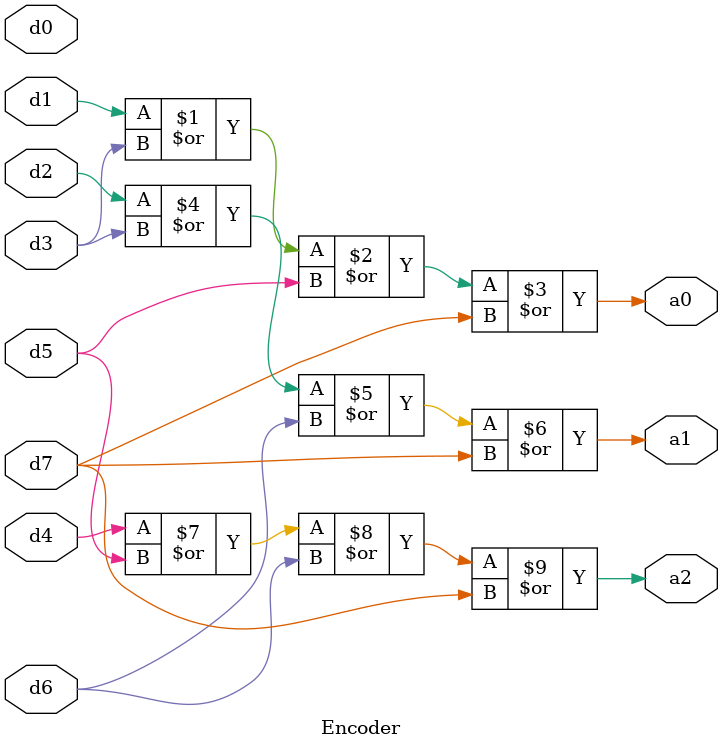
<source format=v>
module Encoder(a0,a1,a2,d0,d1,d2,d3,d4,d5,d6,d7);
input d0,d1,d2,d3,d4,d5,d6,d7;
output a0,a1,a2;
assign a0=d1|d3|d5|d7;
assign a1=d2|d3|d6|d7;
assign a2=d4|d5|d6|d7;  
endmodule

</source>
